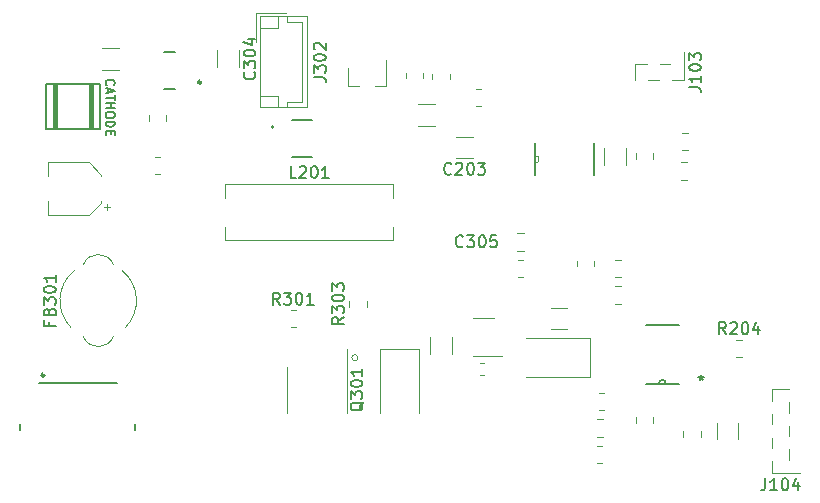
<source format=gbr>
%TF.GenerationSoftware,KiCad,Pcbnew,(5.1.10)-1*%
%TF.CreationDate,2022-10-02T14:19:25-06:00*%
%TF.ProjectId,PowerSupply,506f7765-7253-4757-9070-6c792e6b6963,rev?*%
%TF.SameCoordinates,Original*%
%TF.FileFunction,Legend,Top*%
%TF.FilePolarity,Positive*%
%FSLAX46Y46*%
G04 Gerber Fmt 4.6, Leading zero omitted, Abs format (unit mm)*
G04 Created by KiCad (PCBNEW (5.1.10)-1) date 2022-10-02 14:19:25*
%MOMM*%
%LPD*%
G01*
G04 APERTURE LIST*
%ADD10C,0.150000*%
%ADD11C,0.120000*%
%ADD12C,0.250000*%
%ADD13C,0.152400*%
%ADD14C,0.100000*%
%ADD15C,0.127000*%
%ADD16C,0.200000*%
%ADD17C,0.381000*%
G04 APERTURE END LIST*
D10*
X62782142Y-56315000D02*
X62746428Y-56279285D01*
X62710714Y-56172142D01*
X62710714Y-56100714D01*
X62746428Y-55993571D01*
X62817857Y-55922142D01*
X62889285Y-55886428D01*
X63032142Y-55850714D01*
X63139285Y-55850714D01*
X63282142Y-55886428D01*
X63353571Y-55922142D01*
X63425000Y-55993571D01*
X63460714Y-56100714D01*
X63460714Y-56172142D01*
X63425000Y-56279285D01*
X63389285Y-56315000D01*
X62925000Y-56600714D02*
X62925000Y-56957857D01*
X62710714Y-56529285D02*
X63460714Y-56779285D01*
X62710714Y-57029285D01*
X63460714Y-57172142D02*
X63460714Y-57600714D01*
X62710714Y-57386428D02*
X63460714Y-57386428D01*
X62710714Y-57850714D02*
X63460714Y-57850714D01*
X63103571Y-57850714D02*
X63103571Y-58279285D01*
X62710714Y-58279285D02*
X63460714Y-58279285D01*
X63460714Y-58779285D02*
X63460714Y-58922142D01*
X63425000Y-58993571D01*
X63353571Y-59065000D01*
X63210714Y-59100714D01*
X62960714Y-59100714D01*
X62817857Y-59065000D01*
X62746428Y-58993571D01*
X62710714Y-58922142D01*
X62710714Y-58779285D01*
X62746428Y-58707857D01*
X62817857Y-58636428D01*
X62960714Y-58600714D01*
X63210714Y-58600714D01*
X63353571Y-58636428D01*
X63425000Y-58707857D01*
X63460714Y-58779285D01*
X62710714Y-59422142D02*
X63460714Y-59422142D01*
X63460714Y-59600714D01*
X63425000Y-59707857D01*
X63353571Y-59779285D01*
X63282142Y-59815000D01*
X63139285Y-59850714D01*
X63032142Y-59850714D01*
X62889285Y-59815000D01*
X62817857Y-59779285D01*
X62746428Y-59707857D01*
X62710714Y-59600714D01*
X62710714Y-59422142D01*
X63103571Y-60172142D02*
X63103571Y-60422142D01*
X62710714Y-60529285D02*
X62710714Y-60172142D01*
X63460714Y-60172142D01*
X63460714Y-60529285D01*
D11*
X84044558Y-79400000D02*
G75*
G03*
X84044558Y-79400000I-254558J0D01*
G01*
%TO.C,J104*%
X120515000Y-84040000D02*
X120515000Y-83160000D01*
X120515000Y-86040000D02*
X120515000Y-85160000D01*
X120515000Y-88040000D02*
X120515000Y-87160000D01*
X119125000Y-83040000D02*
X119125000Y-82040000D01*
X119125000Y-85040000D02*
X119125000Y-84160000D01*
X119125000Y-87040000D02*
X119125000Y-86160000D01*
X119125000Y-89160000D02*
X119125000Y-88160000D01*
X119125000Y-82040000D02*
X119125000Y-82040000D01*
X120515000Y-89160000D02*
X120515000Y-89160000D01*
X120515000Y-89160000D02*
X121510000Y-89160000D01*
X120515000Y-82040000D02*
X119125000Y-82040000D01*
X120515000Y-89160000D02*
X119125000Y-89160000D01*
%TO.C,J103*%
X108510000Y-54530000D02*
X107510000Y-54530000D01*
X110510000Y-54530000D02*
X109630000Y-54530000D01*
X109510000Y-55920000D02*
X108630000Y-55920000D01*
X111630000Y-55920000D02*
X110630000Y-55920000D01*
X107510000Y-55920000D02*
X107510000Y-55920000D01*
X111630000Y-54530000D02*
X111630000Y-54530000D01*
X111630000Y-54530000D02*
X111630000Y-53535000D01*
X107510000Y-54530000D02*
X107510000Y-55920000D01*
X111630000Y-54530000D02*
X111630000Y-55920000D01*
%TO.C,C301*%
X62820000Y-66910000D02*
X62820000Y-66410000D01*
X63070000Y-66660000D02*
X62570000Y-66660000D01*
X62330000Y-63904437D02*
X61265563Y-62840000D01*
X62330000Y-66295563D02*
X61265563Y-67360000D01*
X62330000Y-66295563D02*
X62330000Y-66160000D01*
X62330000Y-63904437D02*
X62330000Y-64040000D01*
X61265563Y-62840000D02*
X57810000Y-62840000D01*
X61265563Y-67360000D02*
X57810000Y-67360000D01*
X57810000Y-67360000D02*
X57810000Y-66160000D01*
X57810000Y-62840000D02*
X57810000Y-64040000D01*
%TO.C,e*%
X95570000Y-76040000D02*
X93770000Y-76040000D01*
X93770000Y-79260000D02*
X96220000Y-79260000D01*
D10*
%TO.C,U301*%
X68545000Y-56649999D02*
X67595000Y-56649999D01*
X68545000Y-53549999D02*
X67595000Y-53549999D01*
D12*
X70770000Y-56074999D02*
G75*
G03*
X70770000Y-56074999I-125000J0D01*
G01*
D13*
%TO.C,U203*%
X104059200Y-63971600D02*
X104059200Y-61228400D01*
X99080800Y-61228400D02*
X99080800Y-62295200D01*
X99080800Y-62295200D02*
X99080800Y-62904800D01*
X99080800Y-62904800D02*
X99080800Y-63971600D01*
D14*
X99080800Y-62295200D02*
G75*
G02*
X99080800Y-62904800I0J-304800D01*
G01*
D13*
%TO.C,e*%
X111191600Y-76610800D02*
X108448400Y-76610800D01*
X108448400Y-81589200D02*
X109515200Y-81589200D01*
X109515200Y-81589200D02*
X110124800Y-81589200D01*
X110124800Y-81589200D02*
X111191600Y-81589200D01*
X109515200Y-81589200D02*
G75*
G02*
X110124800Y-81589200I304800J0D01*
G01*
D15*
%TO.C,U201*%
X78440000Y-59280000D02*
X80200000Y-59280000D01*
X78440000Y-62420000D02*
X80200000Y-62420000D01*
D16*
X76920000Y-59850000D02*
G75*
G03*
X76920000Y-59850000I-100000J0D01*
G01*
D11*
%TO.C,R306*%
X98047064Y-72585000D02*
X97592936Y-72585000D01*
X98047064Y-71115000D02*
X97592936Y-71115000D01*
%TO.C,R305*%
X104055000Y-71210436D02*
X104055000Y-71664564D01*
X102585000Y-71210436D02*
X102585000Y-71664564D01*
%TO.C,R304*%
X67805000Y-58872936D02*
X67805000Y-59327064D01*
X66335000Y-58872936D02*
X66335000Y-59327064D01*
%TO.C,R303*%
X83335000Y-75077064D02*
X83335000Y-74622936D01*
X84805000Y-75077064D02*
X84805000Y-74622936D01*
%TO.C,R302*%
X66842936Y-62365000D02*
X67297064Y-62365000D01*
X66842936Y-63835000D02*
X67297064Y-63835000D01*
%TO.C,R301*%
X78342936Y-75365000D02*
X78797064Y-75365000D01*
X78342936Y-76835000D02*
X78797064Y-76835000D01*
%TO.C,R211*%
X111505436Y-60365000D02*
X111959564Y-60365000D01*
X111505436Y-61835000D02*
X111959564Y-61835000D01*
%TO.C,R210*%
X94459564Y-58085000D02*
X94005436Y-58085000D01*
X94459564Y-56615000D02*
X94005436Y-56615000D01*
%TO.C,R209*%
X111430436Y-62865000D02*
X111884564Y-62865000D01*
X111430436Y-64335000D02*
X111884564Y-64335000D01*
%TO.C,R208*%
X89555000Y-55285436D02*
X89555000Y-55739564D01*
X88085000Y-55285436D02*
X88085000Y-55739564D01*
%TO.C,R207*%
X90335000Y-55827064D02*
X90335000Y-55372936D01*
X91805000Y-55827064D02*
X91805000Y-55372936D01*
%TO.C,R206*%
X105842936Y-73365000D02*
X106297064Y-73365000D01*
X105842936Y-74835000D02*
X106297064Y-74835000D01*
%TO.C,R205*%
X105842936Y-71115000D02*
X106297064Y-71115000D01*
X105842936Y-72585000D02*
X106297064Y-72585000D01*
%TO.C,R204*%
X116092936Y-77865000D02*
X116547064Y-77865000D01*
X116092936Y-79335000D02*
X116547064Y-79335000D01*
%TO.C,R203*%
X109055000Y-84460436D02*
X109055000Y-84914564D01*
X107585000Y-84460436D02*
X107585000Y-84914564D01*
%TO.C,R202*%
X104709564Y-88335000D02*
X104255436Y-88335000D01*
X104709564Y-86865000D02*
X104255436Y-86865000D01*
%TO.C,e*%
X104430436Y-82365000D02*
X104884564Y-82365000D01*
X104430436Y-83835000D02*
X104884564Y-83835000D01*
%TO.C,Q301*%
X78010000Y-82100000D02*
X78010000Y-84050000D01*
X78010000Y-82100000D02*
X78010000Y-80150000D01*
X83130000Y-82100000D02*
X83130000Y-84050000D01*
X83130000Y-82100000D02*
X83130000Y-78650000D01*
%TO.C,L301*%
X94407221Y-79840000D02*
X94732779Y-79840000D01*
X94407221Y-80860000D02*
X94732779Y-80860000D01*
%TO.C,L201*%
X72820000Y-65860000D02*
X72820000Y-64730000D01*
X72820000Y-64730000D02*
X87060000Y-64730000D01*
X87060000Y-64730000D02*
X87060000Y-65860000D01*
X72820000Y-68340000D02*
X72820000Y-69470000D01*
X72820000Y-69470000D02*
X87060000Y-69470000D01*
X87060000Y-69470000D02*
X87060000Y-68340000D01*
%TO.C,J302*%
X79780000Y-50490000D02*
X75760000Y-50490000D01*
X75760000Y-50490000D02*
X75760000Y-58210000D01*
X75760000Y-58210000D02*
X79780000Y-58210000D01*
X79780000Y-58210000D02*
X79780000Y-50490000D01*
X78070000Y-50490000D02*
X78070000Y-50990000D01*
X78070000Y-50990000D02*
X79280000Y-50990000D01*
X79280000Y-50990000D02*
X79280000Y-57710000D01*
X79280000Y-57710000D02*
X78070000Y-57710000D01*
X78070000Y-57710000D02*
X78070000Y-58210000D01*
X77260000Y-50490000D02*
X77260000Y-51490000D01*
X77260000Y-51490000D02*
X75760000Y-51490000D01*
X77260000Y-58210000D02*
X77260000Y-57210000D01*
X77260000Y-57210000D02*
X75760000Y-57210000D01*
X77960000Y-50190000D02*
X75460000Y-50190000D01*
X75460000Y-50190000D02*
X75460000Y-52690000D01*
D10*
%TO.C,e*%
X57050000Y-81565000D02*
X63640000Y-81565000D01*
X65215000Y-85560001D02*
X65215000Y-85010001D01*
X55475000Y-85560001D02*
X55475000Y-85010001D01*
D12*
X57495000Y-80885001D02*
G75*
G03*
X57495000Y-80885001I-125000J0D01*
G01*
D11*
%TO.C,FB301*%
X63340000Y-77608000D02*
G75*
G02*
X60800000Y-77608000I-1270000J508000D01*
G01*
X60800000Y-71512000D02*
G75*
G02*
X63340000Y-71512000I1270000J-508000D01*
G01*
X59769932Y-76860068D02*
G75*
G02*
X60038000Y-72020000I2300068J2300068D01*
G01*
X64089572Y-72035535D02*
G75*
G02*
X64356000Y-76846000I-2019572J-2524465D01*
G01*
%TO.C,D303*%
X103720000Y-81000000D02*
X103720000Y-77700000D01*
X103720000Y-77700000D02*
X98320000Y-77700000D01*
X103720000Y-81000000D02*
X98320000Y-81000000D01*
%TO.C,e*%
X89220000Y-78700000D02*
X85920000Y-78700000D01*
X85920000Y-78700000D02*
X85920000Y-84100000D01*
X89220000Y-78700000D02*
X89220000Y-84100000D01*
D15*
%TO.C,D301*%
X62197000Y-56195000D02*
X57625000Y-56195000D01*
X57625000Y-56195000D02*
X57625000Y-60005000D01*
X57625000Y-60005000D02*
X62197000Y-60005000D01*
X62197000Y-60005000D02*
X62197000Y-56195000D01*
D17*
X61435000Y-56322000D02*
X61435000Y-59878000D01*
X58387000Y-56322000D02*
X58387000Y-59878000D01*
D11*
%TO.C,D201*%
X83240000Y-56360000D02*
X84170000Y-56360000D01*
X86400000Y-56360000D02*
X85470000Y-56360000D01*
X86400000Y-56360000D02*
X86400000Y-54200000D01*
X83240000Y-56360000D02*
X83240000Y-54900000D01*
%TO.C,C306*%
X101781252Y-77010000D02*
X100358748Y-77010000D01*
X101781252Y-75190000D02*
X100358748Y-75190000D01*
%TO.C,C305*%
X98081252Y-70335000D02*
X97558748Y-70335000D01*
X98081252Y-68865000D02*
X97558748Y-68865000D01*
%TO.C,C304*%
X73980000Y-53388748D02*
X73980000Y-54811252D01*
X72160000Y-53388748D02*
X72160000Y-54811252D01*
%TO.C,e*%
X90160000Y-79086252D02*
X90160000Y-77663748D01*
X91980000Y-79086252D02*
X91980000Y-77663748D01*
%TO.C,C302*%
X63781252Y-55010000D02*
X62358748Y-55010000D01*
X63781252Y-53190000D02*
X62358748Y-53190000D01*
%TO.C,C203*%
X93781252Y-62510000D02*
X92358748Y-62510000D01*
X93781252Y-60690000D02*
X92358748Y-60690000D01*
%TO.C,C202*%
X90556252Y-59760000D02*
X89133748Y-59760000D01*
X90556252Y-57940000D02*
X89133748Y-57940000D01*
%TO.C,C201*%
X104831252Y-86085000D02*
X104308748Y-86085000D01*
X104831252Y-84615000D02*
X104308748Y-84615000D01*
%TO.C,C110*%
X109055000Y-62038748D02*
X109055000Y-62561252D01*
X107585000Y-62038748D02*
X107585000Y-62561252D01*
%TO.C,C109*%
X111585000Y-86111252D02*
X111585000Y-85588748D01*
X113055000Y-86111252D02*
X113055000Y-85588748D01*
%TO.C,C108*%
X106730000Y-61663748D02*
X106730000Y-63086252D01*
X104910000Y-61663748D02*
X104910000Y-63086252D01*
%TO.C,C107*%
X114410000Y-86311252D02*
X114410000Y-84888748D01*
X116230000Y-86311252D02*
X116230000Y-84888748D01*
%TO.C,J104*%
D10*
X118534285Y-89612380D02*
X118534285Y-90326666D01*
X118486666Y-90469523D01*
X118391428Y-90564761D01*
X118248571Y-90612380D01*
X118153333Y-90612380D01*
X119534285Y-90612380D02*
X118962857Y-90612380D01*
X119248571Y-90612380D02*
X119248571Y-89612380D01*
X119153333Y-89755238D01*
X119058095Y-89850476D01*
X118962857Y-89898095D01*
X120153333Y-89612380D02*
X120248571Y-89612380D01*
X120343809Y-89660000D01*
X120391428Y-89707619D01*
X120439047Y-89802857D01*
X120486666Y-89993333D01*
X120486666Y-90231428D01*
X120439047Y-90421904D01*
X120391428Y-90517142D01*
X120343809Y-90564761D01*
X120248571Y-90612380D01*
X120153333Y-90612380D01*
X120058095Y-90564761D01*
X120010476Y-90517142D01*
X119962857Y-90421904D01*
X119915238Y-90231428D01*
X119915238Y-89993333D01*
X119962857Y-89802857D01*
X120010476Y-89707619D01*
X120058095Y-89660000D01*
X120153333Y-89612380D01*
X121343809Y-89945714D02*
X121343809Y-90612380D01*
X121105714Y-89564761D02*
X120867619Y-90279047D01*
X121486666Y-90279047D01*
%TO.C,J103*%
X112082380Y-56510714D02*
X112796666Y-56510714D01*
X112939523Y-56558333D01*
X113034761Y-56653571D01*
X113082380Y-56796428D01*
X113082380Y-56891666D01*
X113082380Y-55510714D02*
X113082380Y-56082142D01*
X113082380Y-55796428D02*
X112082380Y-55796428D01*
X112225238Y-55891666D01*
X112320476Y-55986904D01*
X112368095Y-56082142D01*
X112082380Y-54891666D02*
X112082380Y-54796428D01*
X112130000Y-54701190D01*
X112177619Y-54653571D01*
X112272857Y-54605952D01*
X112463333Y-54558333D01*
X112701428Y-54558333D01*
X112891904Y-54605952D01*
X112987142Y-54653571D01*
X113034761Y-54701190D01*
X113082380Y-54796428D01*
X113082380Y-54891666D01*
X113034761Y-54986904D01*
X112987142Y-55034523D01*
X112891904Y-55082142D01*
X112701428Y-55129761D01*
X112463333Y-55129761D01*
X112272857Y-55082142D01*
X112177619Y-55034523D01*
X112130000Y-54986904D01*
X112082380Y-54891666D01*
X112082380Y-54225000D02*
X112082380Y-53605952D01*
X112463333Y-53939285D01*
X112463333Y-53796428D01*
X112510952Y-53701190D01*
X112558571Y-53653571D01*
X112653809Y-53605952D01*
X112891904Y-53605952D01*
X112987142Y-53653571D01*
X113034761Y-53701190D01*
X113082380Y-53796428D01*
X113082380Y-54082142D01*
X113034761Y-54177380D01*
X112987142Y-54225000D01*
%TO.C,e*%
X113122000Y-80889180D02*
X113122000Y-81127276D01*
X112883904Y-81032038D02*
X113122000Y-81127276D01*
X113360095Y-81032038D01*
X112979142Y-81317752D02*
X113122000Y-81127276D01*
X113264857Y-81317752D01*
%TO.C,R303*%
X82872380Y-75969047D02*
X82396190Y-76302380D01*
X82872380Y-76540476D02*
X81872380Y-76540476D01*
X81872380Y-76159523D01*
X81920000Y-76064285D01*
X81967619Y-76016666D01*
X82062857Y-75969047D01*
X82205714Y-75969047D01*
X82300952Y-76016666D01*
X82348571Y-76064285D01*
X82396190Y-76159523D01*
X82396190Y-76540476D01*
X81872380Y-75635714D02*
X81872380Y-75016666D01*
X82253333Y-75350000D01*
X82253333Y-75207142D01*
X82300952Y-75111904D01*
X82348571Y-75064285D01*
X82443809Y-75016666D01*
X82681904Y-75016666D01*
X82777142Y-75064285D01*
X82824761Y-75111904D01*
X82872380Y-75207142D01*
X82872380Y-75492857D01*
X82824761Y-75588095D01*
X82777142Y-75635714D01*
X81872380Y-74397619D02*
X81872380Y-74302380D01*
X81920000Y-74207142D01*
X81967619Y-74159523D01*
X82062857Y-74111904D01*
X82253333Y-74064285D01*
X82491428Y-74064285D01*
X82681904Y-74111904D01*
X82777142Y-74159523D01*
X82824761Y-74207142D01*
X82872380Y-74302380D01*
X82872380Y-74397619D01*
X82824761Y-74492857D01*
X82777142Y-74540476D01*
X82681904Y-74588095D01*
X82491428Y-74635714D01*
X82253333Y-74635714D01*
X82062857Y-74588095D01*
X81967619Y-74540476D01*
X81920000Y-74492857D01*
X81872380Y-74397619D01*
X81872380Y-73730952D02*
X81872380Y-73111904D01*
X82253333Y-73445238D01*
X82253333Y-73302380D01*
X82300952Y-73207142D01*
X82348571Y-73159523D01*
X82443809Y-73111904D01*
X82681904Y-73111904D01*
X82777142Y-73159523D01*
X82824761Y-73207142D01*
X82872380Y-73302380D01*
X82872380Y-73588095D01*
X82824761Y-73683333D01*
X82777142Y-73730952D01*
%TO.C,R301*%
X77450952Y-74902380D02*
X77117619Y-74426190D01*
X76879523Y-74902380D02*
X76879523Y-73902380D01*
X77260476Y-73902380D01*
X77355714Y-73950000D01*
X77403333Y-73997619D01*
X77450952Y-74092857D01*
X77450952Y-74235714D01*
X77403333Y-74330952D01*
X77355714Y-74378571D01*
X77260476Y-74426190D01*
X76879523Y-74426190D01*
X77784285Y-73902380D02*
X78403333Y-73902380D01*
X78070000Y-74283333D01*
X78212857Y-74283333D01*
X78308095Y-74330952D01*
X78355714Y-74378571D01*
X78403333Y-74473809D01*
X78403333Y-74711904D01*
X78355714Y-74807142D01*
X78308095Y-74854761D01*
X78212857Y-74902380D01*
X77927142Y-74902380D01*
X77831904Y-74854761D01*
X77784285Y-74807142D01*
X79022380Y-73902380D02*
X79117619Y-73902380D01*
X79212857Y-73950000D01*
X79260476Y-73997619D01*
X79308095Y-74092857D01*
X79355714Y-74283333D01*
X79355714Y-74521428D01*
X79308095Y-74711904D01*
X79260476Y-74807142D01*
X79212857Y-74854761D01*
X79117619Y-74902380D01*
X79022380Y-74902380D01*
X78927142Y-74854761D01*
X78879523Y-74807142D01*
X78831904Y-74711904D01*
X78784285Y-74521428D01*
X78784285Y-74283333D01*
X78831904Y-74092857D01*
X78879523Y-73997619D01*
X78927142Y-73950000D01*
X79022380Y-73902380D01*
X80308095Y-74902380D02*
X79736666Y-74902380D01*
X80022380Y-74902380D02*
X80022380Y-73902380D01*
X79927142Y-74045238D01*
X79831904Y-74140476D01*
X79736666Y-74188095D01*
%TO.C,R204*%
X115200952Y-77402380D02*
X114867619Y-76926190D01*
X114629523Y-77402380D02*
X114629523Y-76402380D01*
X115010476Y-76402380D01*
X115105714Y-76450000D01*
X115153333Y-76497619D01*
X115200952Y-76592857D01*
X115200952Y-76735714D01*
X115153333Y-76830952D01*
X115105714Y-76878571D01*
X115010476Y-76926190D01*
X114629523Y-76926190D01*
X115581904Y-76497619D02*
X115629523Y-76450000D01*
X115724761Y-76402380D01*
X115962857Y-76402380D01*
X116058095Y-76450000D01*
X116105714Y-76497619D01*
X116153333Y-76592857D01*
X116153333Y-76688095D01*
X116105714Y-76830952D01*
X115534285Y-77402380D01*
X116153333Y-77402380D01*
X116772380Y-76402380D02*
X116867619Y-76402380D01*
X116962857Y-76450000D01*
X117010476Y-76497619D01*
X117058095Y-76592857D01*
X117105714Y-76783333D01*
X117105714Y-77021428D01*
X117058095Y-77211904D01*
X117010476Y-77307142D01*
X116962857Y-77354761D01*
X116867619Y-77402380D01*
X116772380Y-77402380D01*
X116677142Y-77354761D01*
X116629523Y-77307142D01*
X116581904Y-77211904D01*
X116534285Y-77021428D01*
X116534285Y-76783333D01*
X116581904Y-76592857D01*
X116629523Y-76497619D01*
X116677142Y-76450000D01*
X116772380Y-76402380D01*
X117962857Y-76735714D02*
X117962857Y-77402380D01*
X117724761Y-76354761D02*
X117486666Y-77069047D01*
X118105714Y-77069047D01*
%TO.C,Q301*%
X84517619Y-83147619D02*
X84470000Y-83242857D01*
X84374761Y-83338095D01*
X84231904Y-83480952D01*
X84184285Y-83576190D01*
X84184285Y-83671428D01*
X84422380Y-83623809D02*
X84374761Y-83719047D01*
X84279523Y-83814285D01*
X84089047Y-83861904D01*
X83755714Y-83861904D01*
X83565238Y-83814285D01*
X83470000Y-83719047D01*
X83422380Y-83623809D01*
X83422380Y-83433333D01*
X83470000Y-83338095D01*
X83565238Y-83242857D01*
X83755714Y-83195238D01*
X84089047Y-83195238D01*
X84279523Y-83242857D01*
X84374761Y-83338095D01*
X84422380Y-83433333D01*
X84422380Y-83623809D01*
X83422380Y-82861904D02*
X83422380Y-82242857D01*
X83803333Y-82576190D01*
X83803333Y-82433333D01*
X83850952Y-82338095D01*
X83898571Y-82290476D01*
X83993809Y-82242857D01*
X84231904Y-82242857D01*
X84327142Y-82290476D01*
X84374761Y-82338095D01*
X84422380Y-82433333D01*
X84422380Y-82719047D01*
X84374761Y-82814285D01*
X84327142Y-82861904D01*
X83422380Y-81623809D02*
X83422380Y-81528571D01*
X83470000Y-81433333D01*
X83517619Y-81385714D01*
X83612857Y-81338095D01*
X83803333Y-81290476D01*
X84041428Y-81290476D01*
X84231904Y-81338095D01*
X84327142Y-81385714D01*
X84374761Y-81433333D01*
X84422380Y-81528571D01*
X84422380Y-81623809D01*
X84374761Y-81719047D01*
X84327142Y-81766666D01*
X84231904Y-81814285D01*
X84041428Y-81861904D01*
X83803333Y-81861904D01*
X83612857Y-81814285D01*
X83517619Y-81766666D01*
X83470000Y-81719047D01*
X83422380Y-81623809D01*
X84422380Y-80338095D02*
X84422380Y-80909523D01*
X84422380Y-80623809D02*
X83422380Y-80623809D01*
X83565238Y-80719047D01*
X83660476Y-80814285D01*
X83708095Y-80909523D01*
%TO.C,L201*%
X78820952Y-64182380D02*
X78344761Y-64182380D01*
X78344761Y-63182380D01*
X79106666Y-63277619D02*
X79154285Y-63230000D01*
X79249523Y-63182380D01*
X79487619Y-63182380D01*
X79582857Y-63230000D01*
X79630476Y-63277619D01*
X79678095Y-63372857D01*
X79678095Y-63468095D01*
X79630476Y-63610952D01*
X79059047Y-64182380D01*
X79678095Y-64182380D01*
X80297142Y-63182380D02*
X80392380Y-63182380D01*
X80487619Y-63230000D01*
X80535238Y-63277619D01*
X80582857Y-63372857D01*
X80630476Y-63563333D01*
X80630476Y-63801428D01*
X80582857Y-63991904D01*
X80535238Y-64087142D01*
X80487619Y-64134761D01*
X80392380Y-64182380D01*
X80297142Y-64182380D01*
X80201904Y-64134761D01*
X80154285Y-64087142D01*
X80106666Y-63991904D01*
X80059047Y-63801428D01*
X80059047Y-63563333D01*
X80106666Y-63372857D01*
X80154285Y-63277619D01*
X80201904Y-63230000D01*
X80297142Y-63182380D01*
X81582857Y-64182380D02*
X81011428Y-64182380D01*
X81297142Y-64182380D02*
X81297142Y-63182380D01*
X81201904Y-63325238D01*
X81106666Y-63420476D01*
X81011428Y-63468095D01*
%TO.C,J302*%
X80322380Y-55635714D02*
X81036666Y-55635714D01*
X81179523Y-55683333D01*
X81274761Y-55778571D01*
X81322380Y-55921428D01*
X81322380Y-56016666D01*
X80322380Y-55254761D02*
X80322380Y-54635714D01*
X80703333Y-54969047D01*
X80703333Y-54826190D01*
X80750952Y-54730952D01*
X80798571Y-54683333D01*
X80893809Y-54635714D01*
X81131904Y-54635714D01*
X81227142Y-54683333D01*
X81274761Y-54730952D01*
X81322380Y-54826190D01*
X81322380Y-55111904D01*
X81274761Y-55207142D01*
X81227142Y-55254761D01*
X80322380Y-54016666D02*
X80322380Y-53921428D01*
X80370000Y-53826190D01*
X80417619Y-53778571D01*
X80512857Y-53730952D01*
X80703333Y-53683333D01*
X80941428Y-53683333D01*
X81131904Y-53730952D01*
X81227142Y-53778571D01*
X81274761Y-53826190D01*
X81322380Y-53921428D01*
X81322380Y-54016666D01*
X81274761Y-54111904D01*
X81227142Y-54159523D01*
X81131904Y-54207142D01*
X80941428Y-54254761D01*
X80703333Y-54254761D01*
X80512857Y-54207142D01*
X80417619Y-54159523D01*
X80370000Y-54111904D01*
X80322380Y-54016666D01*
X80417619Y-53302380D02*
X80370000Y-53254761D01*
X80322380Y-53159523D01*
X80322380Y-52921428D01*
X80370000Y-52826190D01*
X80417619Y-52778571D01*
X80512857Y-52730952D01*
X80608095Y-52730952D01*
X80750952Y-52778571D01*
X81322380Y-53350000D01*
X81322380Y-52730952D01*
%TO.C,FB301*%
X57934571Y-76345714D02*
X57934571Y-76679047D01*
X58458380Y-76679047D02*
X57458380Y-76679047D01*
X57458380Y-76202857D01*
X57934571Y-75488571D02*
X57982190Y-75345714D01*
X58029809Y-75298095D01*
X58125047Y-75250476D01*
X58267904Y-75250476D01*
X58363142Y-75298095D01*
X58410761Y-75345714D01*
X58458380Y-75440952D01*
X58458380Y-75821904D01*
X57458380Y-75821904D01*
X57458380Y-75488571D01*
X57506000Y-75393333D01*
X57553619Y-75345714D01*
X57648857Y-75298095D01*
X57744095Y-75298095D01*
X57839333Y-75345714D01*
X57886952Y-75393333D01*
X57934571Y-75488571D01*
X57934571Y-75821904D01*
X57458380Y-74917142D02*
X57458380Y-74298095D01*
X57839333Y-74631428D01*
X57839333Y-74488571D01*
X57886952Y-74393333D01*
X57934571Y-74345714D01*
X58029809Y-74298095D01*
X58267904Y-74298095D01*
X58363142Y-74345714D01*
X58410761Y-74393333D01*
X58458380Y-74488571D01*
X58458380Y-74774285D01*
X58410761Y-74869523D01*
X58363142Y-74917142D01*
X57458380Y-73679047D02*
X57458380Y-73583809D01*
X57506000Y-73488571D01*
X57553619Y-73440952D01*
X57648857Y-73393333D01*
X57839333Y-73345714D01*
X58077428Y-73345714D01*
X58267904Y-73393333D01*
X58363142Y-73440952D01*
X58410761Y-73488571D01*
X58458380Y-73583809D01*
X58458380Y-73679047D01*
X58410761Y-73774285D01*
X58363142Y-73821904D01*
X58267904Y-73869523D01*
X58077428Y-73917142D01*
X57839333Y-73917142D01*
X57648857Y-73869523D01*
X57553619Y-73821904D01*
X57506000Y-73774285D01*
X57458380Y-73679047D01*
X58458380Y-72393333D02*
X58458380Y-72964761D01*
X58458380Y-72679047D02*
X57458380Y-72679047D01*
X57601238Y-72774285D01*
X57696476Y-72869523D01*
X57744095Y-72964761D01*
%TO.C,C305*%
X92950952Y-69957142D02*
X92903333Y-70004761D01*
X92760476Y-70052380D01*
X92665238Y-70052380D01*
X92522380Y-70004761D01*
X92427142Y-69909523D01*
X92379523Y-69814285D01*
X92331904Y-69623809D01*
X92331904Y-69480952D01*
X92379523Y-69290476D01*
X92427142Y-69195238D01*
X92522380Y-69100000D01*
X92665238Y-69052380D01*
X92760476Y-69052380D01*
X92903333Y-69100000D01*
X92950952Y-69147619D01*
X93284285Y-69052380D02*
X93903333Y-69052380D01*
X93570000Y-69433333D01*
X93712857Y-69433333D01*
X93808095Y-69480952D01*
X93855714Y-69528571D01*
X93903333Y-69623809D01*
X93903333Y-69861904D01*
X93855714Y-69957142D01*
X93808095Y-70004761D01*
X93712857Y-70052380D01*
X93427142Y-70052380D01*
X93331904Y-70004761D01*
X93284285Y-69957142D01*
X94522380Y-69052380D02*
X94617619Y-69052380D01*
X94712857Y-69100000D01*
X94760476Y-69147619D01*
X94808095Y-69242857D01*
X94855714Y-69433333D01*
X94855714Y-69671428D01*
X94808095Y-69861904D01*
X94760476Y-69957142D01*
X94712857Y-70004761D01*
X94617619Y-70052380D01*
X94522380Y-70052380D01*
X94427142Y-70004761D01*
X94379523Y-69957142D01*
X94331904Y-69861904D01*
X94284285Y-69671428D01*
X94284285Y-69433333D01*
X94331904Y-69242857D01*
X94379523Y-69147619D01*
X94427142Y-69100000D01*
X94522380Y-69052380D01*
X95760476Y-69052380D02*
X95284285Y-69052380D01*
X95236666Y-69528571D01*
X95284285Y-69480952D01*
X95379523Y-69433333D01*
X95617619Y-69433333D01*
X95712857Y-69480952D01*
X95760476Y-69528571D01*
X95808095Y-69623809D01*
X95808095Y-69861904D01*
X95760476Y-69957142D01*
X95712857Y-70004761D01*
X95617619Y-70052380D01*
X95379523Y-70052380D01*
X95284285Y-70004761D01*
X95236666Y-69957142D01*
%TO.C,C304*%
X75277142Y-55219047D02*
X75324761Y-55266666D01*
X75372380Y-55409523D01*
X75372380Y-55504761D01*
X75324761Y-55647619D01*
X75229523Y-55742857D01*
X75134285Y-55790476D01*
X74943809Y-55838095D01*
X74800952Y-55838095D01*
X74610476Y-55790476D01*
X74515238Y-55742857D01*
X74420000Y-55647619D01*
X74372380Y-55504761D01*
X74372380Y-55409523D01*
X74420000Y-55266666D01*
X74467619Y-55219047D01*
X74372380Y-54885714D02*
X74372380Y-54266666D01*
X74753333Y-54600000D01*
X74753333Y-54457142D01*
X74800952Y-54361904D01*
X74848571Y-54314285D01*
X74943809Y-54266666D01*
X75181904Y-54266666D01*
X75277142Y-54314285D01*
X75324761Y-54361904D01*
X75372380Y-54457142D01*
X75372380Y-54742857D01*
X75324761Y-54838095D01*
X75277142Y-54885714D01*
X74372380Y-53647619D02*
X74372380Y-53552380D01*
X74420000Y-53457142D01*
X74467619Y-53409523D01*
X74562857Y-53361904D01*
X74753333Y-53314285D01*
X74991428Y-53314285D01*
X75181904Y-53361904D01*
X75277142Y-53409523D01*
X75324761Y-53457142D01*
X75372380Y-53552380D01*
X75372380Y-53647619D01*
X75324761Y-53742857D01*
X75277142Y-53790476D01*
X75181904Y-53838095D01*
X74991428Y-53885714D01*
X74753333Y-53885714D01*
X74562857Y-53838095D01*
X74467619Y-53790476D01*
X74420000Y-53742857D01*
X74372380Y-53647619D01*
X74705714Y-52457142D02*
X75372380Y-52457142D01*
X74324761Y-52695238D02*
X75039047Y-52933333D01*
X75039047Y-52314285D01*
%TO.C,C203*%
X91950952Y-63807142D02*
X91903333Y-63854761D01*
X91760476Y-63902380D01*
X91665238Y-63902380D01*
X91522380Y-63854761D01*
X91427142Y-63759523D01*
X91379523Y-63664285D01*
X91331904Y-63473809D01*
X91331904Y-63330952D01*
X91379523Y-63140476D01*
X91427142Y-63045238D01*
X91522380Y-62950000D01*
X91665238Y-62902380D01*
X91760476Y-62902380D01*
X91903333Y-62950000D01*
X91950952Y-62997619D01*
X92331904Y-62997619D02*
X92379523Y-62950000D01*
X92474761Y-62902380D01*
X92712857Y-62902380D01*
X92808095Y-62950000D01*
X92855714Y-62997619D01*
X92903333Y-63092857D01*
X92903333Y-63188095D01*
X92855714Y-63330952D01*
X92284285Y-63902380D01*
X92903333Y-63902380D01*
X93522380Y-62902380D02*
X93617619Y-62902380D01*
X93712857Y-62950000D01*
X93760476Y-62997619D01*
X93808095Y-63092857D01*
X93855714Y-63283333D01*
X93855714Y-63521428D01*
X93808095Y-63711904D01*
X93760476Y-63807142D01*
X93712857Y-63854761D01*
X93617619Y-63902380D01*
X93522380Y-63902380D01*
X93427142Y-63854761D01*
X93379523Y-63807142D01*
X93331904Y-63711904D01*
X93284285Y-63521428D01*
X93284285Y-63283333D01*
X93331904Y-63092857D01*
X93379523Y-62997619D01*
X93427142Y-62950000D01*
X93522380Y-62902380D01*
X94189047Y-62902380D02*
X94808095Y-62902380D01*
X94474761Y-63283333D01*
X94617619Y-63283333D01*
X94712857Y-63330952D01*
X94760476Y-63378571D01*
X94808095Y-63473809D01*
X94808095Y-63711904D01*
X94760476Y-63807142D01*
X94712857Y-63854761D01*
X94617619Y-63902380D01*
X94331904Y-63902380D01*
X94236666Y-63854761D01*
X94189047Y-63807142D01*
%TD*%
M02*

</source>
